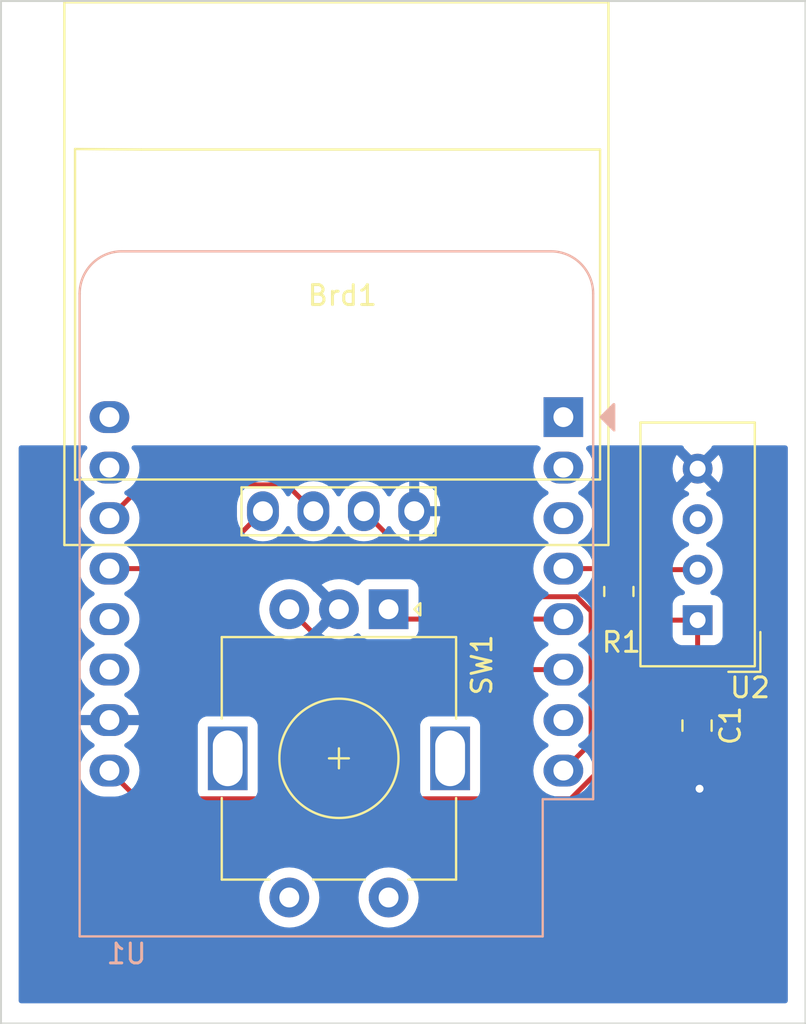
<source format=kicad_pcb>
(kicad_pcb (version 20211014) (generator pcbnew)
  (layers (0 "F.Cu" signal) (31 "B.Cu" signal) (34 "B.Paste" user) (35 "F.Paste" user) (36 "B.SilkS" user "B.Silkscreen") (37 "F.SilkS" user "F.Silkscreen") (38 "B.Mask" user) (39 "F.Mask" user) (44 "Edge.Cuts" user))
  (net 0 "")
  (net 1 "SDA")
  (net 2 "SCL")
  (net 3 "GND")
  (net 4 "+3.3V")
  (net 5 "+5V")
  (net 6 "dhtData")
  (net 7 "RotA")
  (net 8 "RotB")
  (footprint "Capacitor_SMD:C_0805_2012Metric_Pad1.18x1.45mm_HandSolder" (layer "F.Cu") (at 105.664 116.586 -90)
    (fp_text reference "C1" (at 0 -1.68 90) (layer "F.SilkS"))
    (fp_text value "10nF")
    (fp_line (start -0.261252 -0.735) (end 0.261252 -0.735) (layer "F.SilkS") (width 0.12))
    (fp_line (start -0.261252 0.735) (end 0.261252 0.735) (layer "F.SilkS") (width 0.12))
    (pad "1" smd roundrect (at -1.0375 0 270) (size 1.175 1.45) (layers "F.Cu" "F.Paste" "F.Mask") (roundrect_rratio 0.212766) (net 5 "+5V"))
    (pad "2" smd roundrect (at 1.0375 0 270) (size 1.175 1.45) (layers "F.Cu" "F.Paste" "F.Mask") (roundrect_rratio 0.212766) (net 3 "GND"))
  )
  (footprint "Rotary_Encoder:RotaryEncoder_Alps_EC11E-Switch_Vertical_H20mm" (layer "F.Cu") (at 90.13 110.733 -90)
    (fp_text reference "SW1" (at 2.8 -4.7 90) (layer "F.SilkS"))
    (fp_text value "RotaryEncoder")
    (fp_line (start 9.5 -3.4) (end 13.6 -3.4) (layer "F.SilkS") (width 0.12))
    (fp_line (start 5.5 8.4) (end 1.4 8.4) (layer "F.SilkS") (width 0.12))
    (fp_line (start 13.6 6) (end 13.6 8.4) (layer "F.SilkS") (width 0.12))
    (fp_line (start 13.6 8.4) (end 9.5 8.4) (layer "F.SilkS") (width 0.12))
    (fp_line (start 7 2.5) (end 8 2.5) (layer "F.SilkS") (width 0.12))
    (fp_line (start -0.3 -1.6) (end 0.3 -1.6) (layer "F.SilkS") (width 0.12))
    (fp_line (start 0 -1.3) (end -0.3 -1.6) (layer "F.SilkS") (width 0.12))
    (fp_line (start 13.6 -3.4) (end 13.6 -1) (layer "F.SilkS") (width 0.12))
    (fp_line (start 0.3 -1.6) (end 0 -1.3) (layer "F.SilkS") (width 0.12))
    (fp_line (start 5.5 -3.4) (end 1.4 -3.4) (layer "F.SilkS") (width 0.12))
    (fp_line (start 1.4 -3.4) (end 1.4 8.4) (layer "F.SilkS") (width 0.12))
    (fp_line (start 7.5 2) (end 7.5 3) (layer "F.SilkS") (width 0.12))
    (fp_line (start 13.6 1.2) (end 13.6 3.8) (layer "F.SilkS") (width 0.12))
    (fp_circle (center 7.5 2.5) (end 10.5 2.5) (layer "F.SilkS") (width 0.12) (fill none))
    (pad "A" thru_hole rect (at 0 0 270) (size 2 2) (drill 1) (layers *.Cu *.Mask) (net 7 "RotA"))
    (pad "B" thru_hole circle (at 0 5 270) (size 2 2) (drill 1) (layers *.Cu *.Mask) (net 8 "RotB"))
    (pad "C" thru_hole circle (at 0 2.5 270) (size 2 2) (drill 1) (layers *.Cu *.Mask) (net 3 "GND"))
    (pad "MP" thru_hole rect (at 7.5 -3.1 270) (size 3.2 2) (drill oval 2.8 1.5) (layers *.Cu *.Mask))
    (pad "MP" thru_hole rect (at 7.5 8.1 270) (size 3.2 2) (drill oval 2.8 1.5) (layers *.Cu *.Mask))
    (pad "S1" thru_hole circle (at 14.5 5 270) (size 2 2) (drill 1) (layers *.Cu *.Mask))
    (pad "S2" thru_hole circle (at 14.5 0 270) (size 2 2) (drill 1) (layers *.Cu *.Mask))
  )
  (footprint "Sensor:Aosong_DHT11_5.5x12.0_P2.54mm" (layer "F.Cu") (at 105.6935 111.2815 180)
    (fp_text reference "U2" (at -2.6375 -3.3995) (layer "F.SilkS"))
    (fp_text value "DHT11")
    (fp_line (start -2.88 9.94) (end -2.88 -2.31) (layer "F.SilkS") (width 0.12))
    (fp_line (start -3.16 -2.6) (end -3.16 -0.6) (layer "F.SilkS") (width 0.12))
    (fp_line (start 2.88 -2.32) (end 2.88 9.94) (layer "F.SilkS") (width 0.12))
    (fp_line (start -2.87 -2.32) (end 2.87 -2.32) (layer "F.SilkS") (width 0.12))
    (fp_line (start 2.88 9.94) (end -2.88 9.94) (layer "F.SilkS") (width 0.12))
    (fp_line (start -3.16 -2.6) (end -1.55 -2.6) (layer "F.SilkS") (width 0.12))
    (pad "1" thru_hole rect (at 0 0 180) (size 1.5 1.5) (drill 0.8) (layers *.Cu *.Mask) (net 5 "+5V"))
    (pad "2" thru_hole circle (at 0 2.54 180) (size 1.5 1.5) (drill 0.8) (layers *.Cu *.Mask) (net 6 "dhtData"))
    (pad "3" thru_hole circle (at 0 5.08 180) (size 1.5 1.5) (drill 0.8) (layers *.Cu *.Mask))
    (pad "4" thru_hole circle (at 0 7.62 180) (size 1.5 1.5) (drill 0.8) (layers *.Cu *.Mask) (net 3 "GND"))
  )
  (footprint "Resistor_SMD:R_0805_2012Metric_Pad1.20x1.40mm_HandSolder" (layer "F.Cu") (at 101.727 109.839 90)
    (fp_text reference "R1" (at -2.556 0.127 180) (layer "F.SilkS"))
    (fp_text value "10k")
    (fp_line (start -0.227064 -0.735) (end 0.227064 -0.735) (layer "F.SilkS") (width 0.12))
    (fp_line (start -0.227064 0.735) (end 0.227064 0.735) (layer "F.SilkS") (width 0.12))
    (pad "1" smd roundrect (at -1 0 90) (size 1.2 1.4) (layers "F.Cu" "F.Paste" "F.Mask") (roundrect_rratio 0.208333) (net 5 "+5V"))
    (pad "2" smd roundrect (at 1 0 90) (size 1.2 1.4) (layers "F.Cu" "F.Paste" "F.Mask") (roundrect_rratio 0.208333) (net 6 "dhtData"))
  )
  (footprint "SSD1306:128x64OLED" (layer "F.Cu") (at 87.803 95.203 180)
    (fp_text reference "Brd1" (at 0 0.254) (layer "F.SilkS"))
    (fp_text value "SSD1306")
    (fp_line (start -4.699 -11.811) (end -4.699 -9.398) (layer "F.SilkS") (width 0.12))
    (fp_line (start -12.978 7.595) (end -12.978 -9.005) (layer "F.SilkS") (width 0.12))
    (fp_line (start 13.462 -9.017) (end 13.208 -9.005) (layer "F.SilkS") (width 0.12))
    (fp_line (start 5.08 -9.398) (end -4.699 -9.398) (layer "F.SilkS") (width 0.12))
    (fp_line (start 10.122 7.595) (end 13.462 7.62) (layer "F.SilkS") (width 0.12))
    (fp_line (start 13.462 7.62) (end 13.462 -9.017) (layer "F.SilkS") (width 0.12))
    (fp_line (start 14 -12.3) (end 14 15) (layer "F.SilkS") (width 0.12))
    (fp_line (start 10.122 -9.005) (end 13.208 -9.005) (layer "F.SilkS") (width 0.12))
    (fp_line (start -13.4 -12.3) (end 14 -12.3) (layer "F.SilkS") (width 0.12))
    (fp_line (start 10.122 7.595) (end -12.978 7.595) (layer "F.SilkS") (width 0.12))
    (fp_line (start -4.699 -11.811) (end 5.08 -11.811) (layer "F.SilkS") (width 0.12))
    (fp_line (start 14 15) (end -13.4 15) (layer "F.SilkS") (width 0.12))
    (fp_line (start -12.978 -9.005) (end 10.122 -9.005) (layer "F.SilkS") (width 0.12))
    (fp_line (start 5.08 -11.811) (end 5.08 -9.398) (layer "F.SilkS") (width 0.12))
    (fp_line (start -13.4 15) (end -13.4 -12.3) (layer "F.SilkS") (width 0.12))
    (pad "1" thru_hole oval locked (at -3.62 -10.6 270) (size 2 1.6) (drill 1) (layers *.Cu *.Mask) (net 3 "GND"))
    (pad "2" thru_hole oval locked (at -1.08 -10.6 270) (size 2 1.6) (drill 1) (layers *.Cu *.Mask) (net 4 "+3.3V"))
    (pad "3" thru_hole oval locked (at 1.46 -10.6 270) (size 2 1.6) (drill 1) (layers *.Cu *.Mask) (net 2 "SCL"))
    (pad "4" thru_hole oval locked (at 4 -10.6 270) (size 2 1.6) (drill 1) (layers *.Cu *.Mask) (net 1 "SDA"))
  )
  (footprint "Module:WEMOS_D1_mini_light" (layer "B.Cu") (at 98.933 101.069 180)
    (fp_text reference "U1" (at 22 -27) (layer "B.SilkS") (effects (justify mirror)))
    (fp_text value "WeMos_D1_mini")
    (fp_line (start -1.5 -19.22) (end -1.5 6.21) (layer "B.SilkS") (width 0.12))
    (fp_line (start 1.04 -26.12) (end 24.36 -26.12) (layer "B.SilkS") (width 0.12))
    (fp_line (start -1.5 -19.22) (end 1.04 -19.22) (layer "B.SilkS") (width 0.12))
    (fp_line (start 1.04 -19.22) (end 1.04 -26.12) (layer "B.SilkS") (width 0.12))
    (fp_line (start 24.36 -26.12) (end 24.36 6.21) (layer "B.SilkS") (width 0.12))
    (fp_line (start 22.24 8.34) (end 0.63 8.34) (layer "B.SilkS") (width 0.12))
    (fp_arc (start 0.63 8.34) (mid -0.876137 7.716137) (end -1.5 6.21) (layer "B.SilkS") (width 0.12))
    (fp_arc (start 24.36 6.21) (mid 23.736137 7.716137) (end 22.23 8.34) (layer "B.SilkS") (width 0.12))
    (fp_poly (pts (xy -2.54 0.635) (xy -2.54 -0.635) (xy -1.905 0)) (layer "B.SilkS") (width 0.15) (fill solid))
    (pad "1" thru_hole rect (at 0 0 180) (size 2 2) (drill 1) (layers *.Cu *.Mask))
    (pad "2" thru_hole oval (at 0 -2.54 180) (size 2 1.6) (drill 1) (layers *.Cu *.Mask))
    (pad "3" thru_hole oval (at 0 -5.08 180) (size 2 1.6) (drill 1) (layers *.Cu *.Mask))
    (pad "4" thru_hole oval (at 0 -7.62 180) (size 2 1.6) (drill 1) (layers *.Cu *.Mask) (net 6 "dhtData"))
    (pad "5" thru_hole oval (at 0 -10.16 180) (size 2 1.6) (drill 1) (layers *.Cu *.Mask) (net 7 "RotA"))
    (pad "6" thru_hole oval (at 0 -12.7 180) (size 2 1.6) (drill 1) (layers *.Cu *.Mask) (net 8 "RotB"))
    (pad "7" thru_hole oval (at 0 -15.24 180) (size 2 1.6) (drill 1) (layers *.Cu *.Mask))
    (pad "8" thru_hole oval (at 0 -17.78 180) (size 2 1.6) (drill 1) (layers *.Cu *.Mask) (net 4 "+3.3V"))
    (pad "9" thru_hole oval (at 22.86 -17.78 180) (size 2 1.6) (drill 1) (layers *.Cu *.Mask) (net 5 "+5V"))
    (pad "10" thru_hole oval (at 22.86 -15.24 180) (size 2 1.6) (drill 1) (layers *.Cu *.Mask) (net 3 "GND"))
    (pad "11" thru_hole oval (at 22.86 -12.7 180) (size 2 1.6) (drill 1) (layers *.Cu *.Mask))
    (pad "12" thru_hole oval (at 22.86 -10.16 180) (size 2 1.6) (drill 1) (layers *.Cu *.Mask))
    (pad "13" thru_hole oval (at 22.86 -7.62 180) (size 2 1.6) (drill 1) (layers *.Cu *.Mask) (net 1 "SDA"))
    (pad "14" thru_hole oval (at 22.86 -5.08 180) (size 2 1.6) (drill 1) (layers *.Cu *.Mask) (net 2 "SCL"))
    (pad "15" thru_hole oval (at 22.86 -2.54 180) (size 2 1.6) (drill 1) (layers *.Cu *.Mask))
    (pad "16" thru_hole oval (at 22.86 0 180) (size 2 1.6) (drill 1) (layers *.Cu *.Mask))
  )
  (gr_rect (start 70.612 80.137) (end 111.125 131.572) (layer "Edge.Cuts") (width 0.1) (fill none))
  (segment (start 80.917 108.689) (end 83.803 105.803) (width 0.25) (layer "F.Cu") (net 1))
  (segment (start 76.073 108.689) (end 80.917 108.689) (width 0.25) (layer "F.Cu") (net 1))
  (segment (start 77.744 104.478) (end 85.018 104.478) (width 0.25) (layer "F.Cu") (net 2))
  (segment (start 76.073 106.149) (end 77.744 104.478) (width 0.25) (layer "F.Cu") (net 2))
  (segment (start 85.018 104.478) (end 86.343 105.803) (width 0.25) (layer "F.Cu") (net 2))
  (segment (start 105.664 119.634) (end 105.791 119.761) (width 0.25) (layer "F.Cu") (net 3))
  (segment (start 105.664 117.6235) (end 105.664 119.634) (width 0.25) (layer "F.Cu") (net 3))
  (via (at 105.791 119.761) (size 0.8) (drill 0.4) (layers "F.Cu" "B.Cu") (net 3))
  (segment (start 100.33 117.452) (end 98.933 118.849) (width 0.25) (layer "F.Cu") (net 4))
  (segment (start 93.184 110.104) (end 99.59899 110.104) (width 0.25) (layer "F.Cu") (net 4))
  (segment (start 99.59899 110.104) (end 100.33 110.83501) (width 0.25) (layer "F.Cu") (net 4))
  (segment (start 100.33 110.83501) (end 100.33 117.452) (width 0.25) (layer "F.Cu") (net 4))
  (segment (start 88.883 105.803) (end 93.184 110.104) (width 0.25) (layer "F.Cu") (net 4))
  (segment (start 101.727 110.839) (end 102.1695 111.2815) (width 0.25) (layer "F.Cu") (net 5))
  (segment (start 99.30399 120.269) (end 77.493 120.269) (width 0.25) (layer "F.Cu") (net 5))
  (segment (start 102.1695 111.2815) (end 105.6935 111.2815) (width 0.25) (layer "F.Cu") (net 5))
  (segment (start 105.6935 115.519) (end 105.6935 111.2815) (width 0.25) (layer "F.Cu") (net 5))
  (segment (start 77.493 120.269) (end 76.073 118.849) (width 0.25) (layer "F.Cu") (net 5))
  (segment (start 105.664 115.5485) (end 105.6935 115.519) (width 0.25) (layer "F.Cu") (net 5))
  (segment (start 101.727 110.839) (end 101.727 117.84599) (width 0.25) (layer "F.Cu") (net 5))
  (segment (start 101.727 117.84599) (end 99.30399 120.269) (width 0.25) (layer "F.Cu") (net 5))
  (segment (start 98.933 108.689) (end 101.577 108.689) (width 0.25) (layer "F.Cu") (net 6))
  (segment (start 101.577 108.689) (end 101.727 108.839) (width 0.25) (layer "F.Cu") (net 6))
  (segment (start 101.8245 108.7415) (end 105.6935 108.7415) (width 0.25) (layer "F.Cu") (net 6))
  (segment (start 101.727 108.839) (end 101.8245 108.7415) (width 0.25) (layer "F.Cu") (net 6))
  (segment (start 90.626 111.229) (end 90.13 110.733) (width 0.25) (layer "F.Cu") (net 7))
  (segment (start 98.933 111.229) (end 90.626 111.229) (width 0.25) (layer "F.Cu") (net 7))
  (segment (start 98.933 113.769) (end 88.166 113.769) (width 0.25) (layer "F.Cu") (net 8))
  (segment (start 88.166 113.769) (end 85.13 110.733) (width 0.25) (layer "F.Cu") (net 8))
  (zone (net 3) (net_name "GND") (layer "B.Cu") (connect_pads (clearance 0.508)) (min_thickness 0.254) (fill yes (thermal_gap 0.508) (thermal_bridge_width 0.508))
    (polygon (pts (xy 71.501 102.489) (xy 110.236 102.489) (xy 110.236 130.556) (xy 71.501 130.556)))
  )
)
</source>
